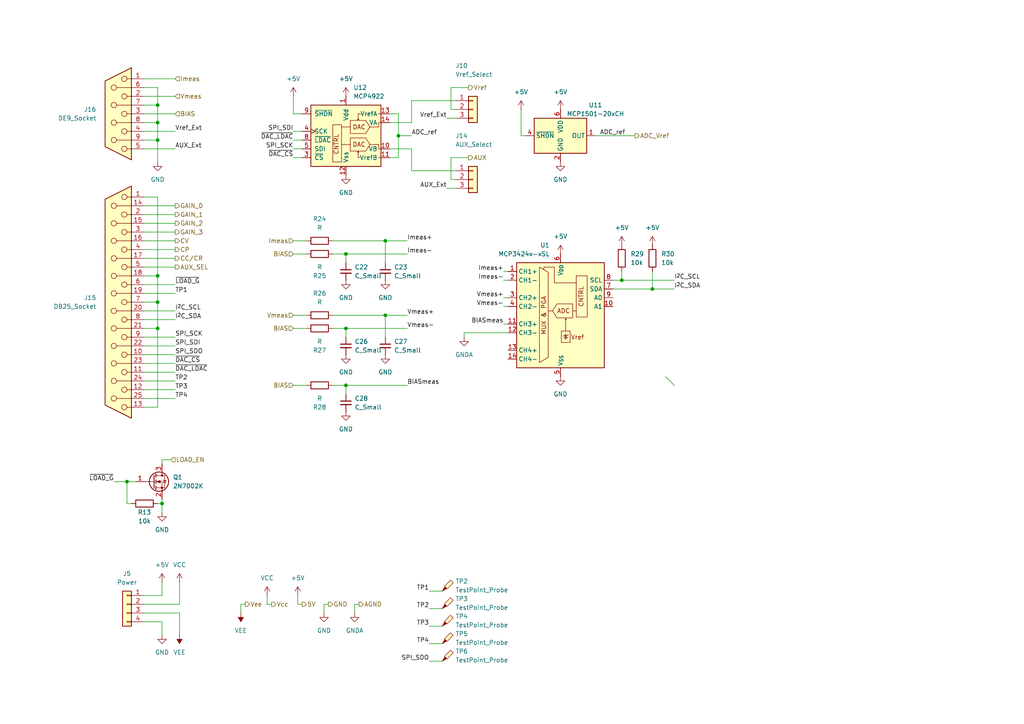
<source format=kicad_sch>
(kicad_sch (version 20250114) (generator "eeschema") (generator_version "9.0")
  (paper "A4")
  (lib_symbols
    (symbol "Analog_ADC:MCP3424x-xSL"
      (property "Reference" "U" (at -11.43 16.51 0))
      (property "Value" "MCP3424x-xSL" (at 17.78 16.51 0))
      (symbol "MCP3424x-xSL_0_0"
        (polyline (pts (xy -6.096 13.97) (xy -3.556 12.446) (xy -3.556 -12.192) (xy -6.096 -13.716) (xy -6.096 13.97)))
        (polyline (pts (xy 3.556 3.302) (xy 3.556 -0.762) (xy -1.016 -0.762) (xy -2.286 1.27) (xy -1.016 3.302) (xy 3.556 3.302)))
        (polyline (pts (xy 4.572 9.398) (xy -1.778 9.398) (xy -1.778 13.97) (xy -4.826 13.97) (xy -4.826 13.208)))
        (text "MUX & PGA" (at -4.826 0 900) (effects (font (size 1.27 1.27))))
        (text "ADC" (at 0.889 1.27 0) (effects (font (size 1.27 1.27))))
        (text "Vref" (at 4.953 -6.35 0) (effects (font (size 1.27 1.27))))
        (text "CNTRL" (at 6.731 2.413 900) (effects (font (size 1.27 1.27)) (justify left bottom)))
      )
      (symbol "MCP3424x-xSL_0_1"
        (polyline (pts (xy -3.556 1.27) (xy -2.286 1.27)))
        (rectangle (start 0.254 -4.572) (end 2.794 -7.874))
        (polyline (pts (xy 1.016 -5.842) (xy 0.762 -6.096)))
        (polyline (pts (xy 1.016 -5.842) (xy 2.032 -5.842) (xy 2.286 -5.588)))
        (polyline (pts (xy 1.524 -1.016) (xy 1.778 -1.27)))
        (polyline (pts (xy 1.524 -4.572) (xy 1.524 -1.016) (xy 1.27 -1.27)))
        (polyline (pts (xy 1.524 -5.334) (xy 1.524 -7.112)))
        (polyline (pts (xy 1.524 -5.842) (xy 1.016 -6.604) (xy 2.032 -6.604) (xy 1.524 -5.842)))
        (polyline (pts (xy 3.556 1.27) (xy 4.572 1.27)))
        (rectangle (start 4.572 -0.508) (end 7.747 11.43))
      )
      (symbol "MCP3424x-xSL_1_1"
        (rectangle (start -12.7 15.24) (end 12.7 -15.24) (stroke (width 0.254)) (fill (type background)))
        (pin input line (at -15.24 12.7 0) (length 2.54) (name "CH1+") (number "1"))
        (pin input line (at -15.24 10.16 0) (length 2.54) (name "CH1-") (number "2"))
        (pin input line (at -15.24 5.08 0) (length 2.54) (name "CH2+") (number "3"))
        (pin input line (at -15.24 2.54 0) (length 2.54) (name "CH2-") (number "4"))
        (pin input line (at -15.24 -2.54 0) (length 2.54) (name "CH3+") (number "11"))
        (pin input line (at -15.24 -5.08 0) (length 2.54) (name "CH3-") (number "12"))
        (pin input line (at -15.24 -10.16 0) (length 2.54) (name "CH4+") (number "13"))
        (pin input line (at -15.24 -12.7 0) (length 2.54) (name "CH4-") (number "14"))
        (pin power_in line (at 0 17.78 270) (length 2.54) (name "V_{DD}") (number "6"))
        (pin power_in line (at 0 -17.78 90) (length 2.54) (name "V_{SS}") (number "5"))
        (pin input line (at 15.24 10.16 180) (length 2.54) (name "SCL") (number "8"))
        (pin bidirectional line (at 15.24 7.62 180) (length 2.54) (name "SDA") (number "7"))
        (pin input line (at 15.24 5.08 180) (length 2.54) (name "A0") (number "9"))
        (pin input line (at 15.24 2.54 180) (length 2.54) (name "A1") (number "10"))
      )
    )
    (symbol "Analog_DAC:MCP4922" (pin_names (offset 1.016))
      (property "Reference" "U" (at -1.905 10.795 0))
      (property "Value" "MCP4922" (at -1.905 8.89 0))
      (symbol "MCP4922_0_0"
        (polyline (pts (xy 3.556 3.302) (xy 3.302 3.556)))
        (polyline (pts (xy 3.556 3.302) (xy 3.81 3.556)))
        (polyline (pts (xy 3.556 -5.842) (xy 3.302 -6.096)))
        (polyline (pts (xy 3.556 -5.842) (xy 3.81 -6.096)))
        (polyline (pts (xy 4.064 -7.62) (xy 3.556 -7.62) (xy 3.556 -5.842)))
        (polyline (pts (xy 4.318 5.08) (xy 3.556 5.08) (xy 3.556 3.302)))
        (polyline (pts (xy 6.985 1.27) (xy 9.525 1.27) (xy 9.525 2.54) (xy 10.16 2.54)))
        (polyline (pts (xy 6.985 -3.81) (xy 9.525 -3.81) (xy 9.525 -5.08) (xy 10.16 -5.08)))
        (polyline (pts (xy 10.16 5.08) (xy 9.398 5.08)))
        (polyline (pts (xy 10.16 -7.62) (xy 9.398 -7.62)))
        (text "CNTRL" (at -2.032 -6.731 900) (effects (font (size 1.27 1.27)) (justify left bottom)))
        (text "DAC" (at 3.81 1.27 0) (effects (font (size 1.27 1.27))))
        (text "DAC" (at 3.81 -3.81 0) (effects (font (size 1.27 1.27))))
      )
      (symbol "MCP4922_0_1"
        (rectangle (start -10.16 7.62) (end 10.16 -10.16) (stroke (width 0.254)) (fill (type background)))
        (rectangle (start -1.27 -8.89) (end -3.81 1.905))
        (polyline (pts (xy 1.27 1.27) (xy -1.27 1.27)))
        (polyline (pts (xy 1.27 -3.81) (xy -1.27 -3.81)))
        (polyline (pts (xy 6.985 1.27) (xy 5.715 3.175) (xy 1.27 3.175) (xy 1.27 -0.635) (xy 5.715 -0.635) (xy 6.985 1.27)))
        (polyline (pts (xy 6.985 -3.81) (xy 5.715 -1.905) (xy 1.27 -1.905) (xy 1.27 -5.715) (xy 5.715 -5.715) (xy 6.985 -3.81)))
      )
      (symbol "MCP4922_1_1"
        (pin input line (at -12.7 5.08 0) (length 2.54) (name "~{SHDN}") (number "9"))
        (pin input clock (at -12.7 0 0) (length 2.54) (name "SCK") (number "4"))
        (pin input line (at -12.7 -2.54 0) (length 2.54) (name "~{LDAC}") (number "8"))
        (pin input line (at -12.7 -5.08 0) (length 2.54) (name "SDI") (number "5"))
        (pin input line (at -12.7 -7.62 0) (length 2.54) (name "~{CS}") (number "3"))
        (pin no_connect line (at -7.62 -10.16 90) (length 2.54) (hide yes) (name "NC") (number "2"))
        (pin no_connect line (at -5.08 -10.16 90) (length 2.54) (hide yes) (name "NC") (number "6"))
        (pin no_connect line (at -2.54 -10.16 90) (length 2.54) (hide yes) (name "NC") (number "7"))
        (pin power_in line (at 0 10.16 270) (length 2.54) (name "Vdd") (number "1"))
        (pin power_in line (at 0 -12.7 90) (length 2.54) (name "Vss") (number "12"))
        (pin input line (at 12.7 5.08 180) (length 2.54) (name "VrefA") (number "13"))
        (pin output line (at 12.7 2.54 180) (length 2.54) (name "VA") (number "14"))
        (pin output line (at 12.7 -5.08 180) (length 2.54) (name "VB") (number "10"))
        (pin input line (at 12.7 -7.62 180) (length 2.54) (name "VrefB") (number "11"))
      )
    )
    (symbol "Connector:DB25_Socket" (pin_names (offset 1.016) (hide yes))
      (property "Reference" "J" (at 0 34.29 0))
      (property "Value" "DB25_Socket" (at 0 -34.925 0))
      (symbol "DB25_Socket_0_1"
        (polyline (pts (xy -3.81 33.655) (xy 3.81 29.845) (xy 3.81 -29.845) (xy -3.81 -33.655) (xy -3.81 33.655)) (stroke (width 0.254)) (fill (type background)))
        (polyline (pts (xy -3.81 30.48) (xy -2.54 30.48)))
        (polyline (pts (xy -3.81 27.94) (xy 0.508 27.94)))
        (polyline (pts (xy -3.81 25.4) (xy -2.54 25.4)))
        (polyline (pts (xy -3.81 22.86) (xy 0.508 22.86)))
        (polyline (pts (xy -3.81 20.32) (xy -2.54 20.32)))
        (polyline (pts (xy -3.81 17.78) (xy 0.508 17.78)))
        (polyline (pts (xy -3.81 15.24) (xy -2.54 15.24)))
        (polyline (pts (xy -3.81 12.7) (xy 0.508 12.7)))
        (polyline (pts (xy -3.81 10.16) (xy -2.54 10.16)))
        (polyline (pts (xy -3.81 7.62) (xy 0.508 7.62)))
        (polyline (pts (xy -3.81 5.08) (xy -2.54 5.08)))
        (polyline (pts (xy -3.81 2.54) (xy 0.508 2.54)))
        (polyline (pts (xy -3.81 0) (xy -2.54 0)))
        (polyline (pts (xy -3.81 -2.54) (xy 0.508 -2.54)))
        (polyline (pts (xy -3.81 -5.08) (xy -2.54 -5.08)))
        (polyline (pts (xy -3.81 -7.62) (xy 0.508 -7.62)))
        (polyline (pts (xy -3.81 -10.16) (xy -2.54 -10.16)))
        (polyline (pts (xy -3.81 -12.7) (xy 0.508 -12.7)))
        (polyline (pts (xy -3.81 -15.24) (xy -2.54 -15.24)))
        (polyline (pts (xy -3.81 -17.78) (xy 0.508 -17.78)))
        (polyline (pts (xy -3.81 -20.32) (xy -2.54 -20.32)))
        (polyline (pts (xy -3.81 -22.86) (xy 0.508 -22.86)))
        (polyline (pts (xy -3.81 -25.4) (xy -2.54 -25.4)))
        (polyline (pts (xy -3.81 -27.94) (xy 0.508 -27.94)))
        (polyline (pts (xy -3.81 -30.48) (xy -2.54 -30.48)))
        (circle (center -1.778 30.48) (radius 0.762))
        (circle (center -1.778 25.4) (radius 0.762))
        (circle (center -1.778 20.32) (radius 0.762))
        (circle (center -1.778 15.24) (radius 0.762))
        (circle (center -1.778 10.16) (radius 0.762))
        (circle (center -1.778 5.08) (radius 0.762))
        (circle (center -1.778 0) (radius 0.762))
        (circle (center -1.778 -5.08) (radius 0.762))
        (circle (center -1.778 -10.16) (radius 0.762))
        (circle (center -1.778 -15.24) (radius 0.762))
        (circle (center -1.778 -20.32) (radius 0.762))
        (circle (center -1.778 -25.4) (radius 0.762))
        (circle (center -1.778 -30.48) (radius 0.762))
        (circle (center 1.27 27.94) (radius 0.762))
        (circle (center 1.27 22.86) (radius 0.762))
        (circle (center 1.27 17.78) (radius 0.762))
        (circle (center 1.27 12.7) (radius 0.762))
        (circle (center 1.27 7.62) (radius 0.762))
        (circle (center 1.27 2.54) (radius 0.762))
        (circle (center 1.27 -2.54) (radius 0.762))
        (circle (center 1.27 -7.62) (radius 0.762))
        (circle (center 1.27 -12.7) (radius 0.762))
        (circle (center 1.27 -17.78) (radius 0.762))
        (circle (center 1.27 -22.86) (radius 0.762))
        (circle (center 1.27 -27.94) (radius 0.762))
      )
      (symbol "DB25_Socket_1_1"
        (pin passive line (at -7.62 30.48 0) (length 3.81) (name "1") (number "1"))
        (pin passive line (at -7.62 27.94 0) (length 3.81) (name "P14") (number "14"))
        (pin passive line (at -7.62 25.4 0) (length 3.81) (name "2") (number "2"))
        (pin passive line (at -7.62 22.86 0) (length 3.81) (name "P15") (number "15"))
        (pin passive line (at -7.62 20.32 0) (length 3.81) (name "3") (number "3"))
        (pin passive line (at -7.62 17.78 0) (length 3.81) (name "P16") (number "16"))
        (pin passive line (at -7.62 15.24 0) (length 3.81) (name "4") (number "4"))
        (pin passive line (at -7.62 12.7 0) (length 3.81) (name "P17") (number "17"))
        (pin passive line (at -7.62 10.16 0) (length 3.81) (name "5") (number "5"))
        (pin passive line (at -7.62 7.62 0) (length 3.81) (name "P18") (number "18"))
        (pin passive line (at -7.62 5.08 0) (length 3.81) (name "6") (number "6"))
        (pin passive line (at -7.62 2.54 0) (length 3.81) (name "P19") (number "19"))
        (pin passive line (at -7.62 0 0) (length 3.81) (name "7") (number "7"))
        (pin passive line (at -7.62 -2.54 0) (length 3.81) (name "P20") (number "20"))
        (pin passive line (at -7.62 -5.08 0) (length 3.81) (name "8") (number "8"))
        (pin passive line (at -7.62 -7.62 0) (length 3.81) (name "P21") (number "21"))
        (pin passive line (at -7.62 -10.16 0) (length 3.81) (name "9") (number "9"))
        (pin passive line (at -7.62 -12.7 0) (length 3.81) (name "P22") (number "22"))
        (pin passive line (at -7.62 -15.24 0) (length 3.81) (name "10") (number "10"))
        (pin passive line (at -7.62 -17.78 0) (length 3.81) (name "P23") (number "23"))
        (pin passive line (at -7.62 -20.32 0) (length 3.81) (name "11") (number "11"))
        (pin passive line (at -7.62 -22.86 0) (length 3.81) (name "P24") (number "24"))
        (pin passive line (at -7.62 -25.4 0) (length 3.81) (name "12") (number "12"))
        (pin passive line (at -7.62 -27.94 0) (length 3.81) (name "P25") (number "25"))
        (pin passive line (at -7.62 -30.48 0) (length 3.81) (name "13") (number "13"))
      )
    )
    (symbol "Connector:DE9_Socket" (pin_names (offset 1.016) (hide yes))
      (property "Reference" "J" (at 0 13.97 0))
      (property "Value" "DE9_Socket" (at 0 -14.605 0))
      (symbol "DE9_Socket_0_1"
        (polyline (pts (xy -3.81 13.335) (xy -3.81 -13.335) (xy 3.81 -9.525) (xy 3.81 9.525) (xy -3.81 13.335)) (stroke (width 0.254)) (fill (type background)))
        (polyline (pts (xy -3.81 10.16) (xy -2.54 10.16)))
        (polyline (pts (xy -3.81 7.62) (xy 0.508 7.62)))
        (polyline (pts (xy -3.81 5.08) (xy -2.54 5.08)))
        (polyline (pts (xy -3.81 2.54) (xy 0.508 2.54)))
        (polyline (pts (xy -3.81 0) (xy -2.54 0)))
        (polyline (pts (xy -3.81 -2.54) (xy 0.508 -2.54)))
        (polyline (pts (xy -3.81 -5.08) (xy -2.54 -5.08)))
        (polyline (pts (xy -3.81 -7.62) (xy 0.508 -7.62)))
        (polyline (pts (xy -3.81 -10.16) (xy -2.54 -10.16)))
        (circle (center -1.778 10.16) (radius 0.762))
        (circle (center -1.778 5.08) (radius 0.762))
        (circle (center -1.778 0) (radius 0.762))
        (circle (center -1.778 -5.08) (radius 0.762))
        (circle (center -1.778 -10.16) (radius 0.762))
        (circle (center 1.27 7.62) (radius 0.762))
        (circle (center 1.27 2.54) (radius 0.762))
        (circle (center 1.27 -2.54) (radius 0.762))
        (circle (center 1.27 -7.62) (radius 0.762))
      )
      (symbol "DE9_Socket_1_1"
        (pin passive line (at -7.62 10.16 0) (length 3.81) (name "1") (number "1"))
        (pin passive line (at -7.62 7.62 0) (length 3.81) (name "6") (number "6"))
        (pin passive line (at -7.62 5.08 0) (length 3.81) (name "2") (number "2"))
        (pin passive line (at -7.62 2.54 0) (length 3.81) (name "7") (number "7"))
        (pin passive line (at -7.62 0 0) (length 3.81) (name "3") (number "3"))
        (pin passive line (at -7.62 -2.54 0) (length 3.81) (name "8") (number "8"))
        (pin passive line (at -7.62 -5.08 0) (length 3.81) (name "4") (number "4"))
        (pin passive line (at -7.62 -7.62 0) (length 3.81) (name "9") (number "9"))
        (pin passive line (at -7.62 -10.16 0) (length 3.81) (name "5") (number "5"))
      )
    )
    (symbol "Connector:TestPoint_Probe" (pin_numbers (hide yes)) (pin_names (offset 0.762) (hide yes))
      (property "Reference" "TP" (at 1.651 5.842 0))
      (property "Value" "TestPoint_Probe" (at 1.651 4.064 0))
      (symbol "TestPoint_Probe_0_1"
        (polyline (pts (xy 1.27 0.762) (xy 0 0) (xy 0.762 1.27) (xy 1.27 0.762)) (fill (type outline)))
        (polyline (pts (xy 1.397 0.635) (xy 0.635 1.397) (xy 2.413 3.175) (xy 3.175 2.413) (xy 1.397 0.635)) (fill (type background)))
      )
      (symbol "TestPoint_Probe_1_1"
        (pin passive line (at 0 0 90) (length 0) (name "1") (number "1"))
      )
    )
    (symbol "Connector_Generic:Conn_01x03" (pin_names (offset 1.016) (hide yes))
      (property "Reference" "J" (at 0 5.08 0))
      (property "Value" "Conn_01x03" (at 0 -5.08 0))
      (symbol "Conn_01x03_1_1"
        (rectangle (start -1.27 3.81) (end 1.27 -3.81) (stroke (width 0.254)) (fill (type background)))
        (rectangle (start -1.27 2.667) (end 0 2.413) (stroke (width 0.1524)))
        (rectangle (start -1.27 0.127) (end 0 -0.127) (stroke (width 0.1524)))
        (rectangle (start -1.27 -2.413) (end 0 -2.667) (stroke (width 0.1524)))
        (pin passive line (at -5.08 2.54 0) (length 3.81) (name "Pin_1") (number "1"))
        (pin passive line (at -5.08 0 0) (length 3.81) (name "Pin_2") (number "2"))
        (pin passive line (at -5.08 -2.54 0) (length 3.81) (name "Pin_3") (number "3"))
      )
    )
    (symbol "Connector_Generic:Conn_01x04" (pin_names (offset 1.016) (hide yes))
      (property "Reference" "J" (at 0 5.08 0))
      (property "Value" "Conn_01x04" (at 0 -7.62 0))
      (symbol "Conn_01x04_1_1"
        (rectangle (start -1.27 3.81) (end 1.27 -6.35) (stroke (width 0.254)) (fill (type background)))
        (rectangle (start -1.27 2.667) (end 0 2.413) (stroke (width 0.1524)))
        (rectangle (start -1.27 0.127) (end 0 -0.127) (stroke (width 0.1524)))
        (rectangle (start -1.27 -2.413) (end 0 -2.667) (stroke (width 0.1524)))
        (rectangle (start -1.27 -4.953) (end 0 -5.207) (stroke (width 0.1524)))
        (pin passive line (at -5.08 2.54 0) (length 3.81) (name "Pin_1") (number "1"))
        (pin passive line (at -5.08 0 0) (length 3.81) (name "Pin_2") (number "2"))
        (pin passive line (at -5.08 -2.54 0) (length 3.81) (name "Pin_3") (number "3"))
        (pin passive line (at -5.08 -5.08 0) (length 3.81) (name "Pin_4") (number "4"))
      )
    )
    (symbol "Device:C_Small" (pin_numbers (hide yes)) (pin_names (offset 0.254) (hide yes))
      (property "Reference" "C" (at 0.254 1.778 0))
      (property "Value" "C_Small" (at 0.254 -2.032 0))
      (symbol "C_Small_0_1"
        (polyline (pts (xy -1.524 0.508) (xy 1.524 0.508)) (stroke (width 0.3048)))
        (polyline (pts (xy -1.524 -0.508) (xy 1.524 -0.508)) (stroke (width 0.3302)))
      )
      (symbol "C_Small_1_1"
        (pin passive line (at 0 2.54 270) (length 2.032) (name "~") (number "1"))
        (pin passive line (at 0 -2.54 90) (length 2.032) (name "~") (number "2"))
      )
    )
    (symbol "Device:R" (pin_numbers (hide yes)) (pin_names (offset 0))
      (property "Reference" "R" (at 2.032 0 90))
      (property "Value" "R" (at 0 0 90))
      (symbol "R_0_1"
        (rectangle (start -1.016 -2.54) (end 1.016 2.54) (stroke (width 0.254)))
      )
      (symbol "R_1_1"
        (pin passive line (at 0 3.81 270) (length 1.27) (name "~") (number "1"))
        (pin passive line (at 0 -3.81 90) (length 1.27) (name "~") (number "2"))
      )
    )
    (symbol "GND_1" (power) (pin_numbers (hide yes)) (pin_names (offset 0) (hide yes))
      (property "Value" "GND" (at 0 -3.81 0))
      (symbol "GND_1_0_1"
        (polyline (pts (xy 0 0) (xy 0 -1.27) (xy 1.27 -1.27) (xy 0 -2.54) (xy -1.27 -1.27) (xy 0 -1.27)))
      )
      (symbol "GND_1_1_1"
        (pin power_in line (at 0 0 270) (length 0) (name "~") (number "1"))
      )
    )
    (symbol "GND_2" (power) (pin_numbers (hide yes)) (pin_names (offset 0) (hide yes))
      (property "Value" "GND" (at 0 -3.81 0))
      (symbol "GND_2_0_1"
        (polyline (pts (xy 0 0) (xy 0 -1.27) (xy 1.27 -1.27) (xy 0 -2.54) (xy -1.27 -1.27) (xy 0 -1.27)))
      )
      (symbol "GND_2_1_1"
        (pin power_in line (at 0 0 270) (length 0) (name "~") (number "1"))
      )
    )
    (symbol "GND_3" (power) (pin_numbers (hide yes)) (pin_names (offset 0) (hide yes))
      (property "Value" "GND" (at 0 -3.81 0))
      (symbol "GND_3_0_1"
        (polyline (pts (xy 0 0) (xy 0 -1.27) (xy 1.27 -1.27) (xy 0 -2.54) (xy -1.27 -1.27) (xy 0 -1.27)))
      )
      (symbol "GND_3_1_1"
        (pin power_in line (at 0 0 270) (length 0) (name "~") (number "1"))
      )
    )
    (symbol "Reference_Voltage:MCP1501-20xCH"
      (property "Reference" "U" (at -6.35 6.35 0))
      (property "Value" "MCP1501-20xCH" (at 10.16 6.35 0))
      (symbol "MCP1501-20xCH_0_0"
        (pin input line (at -10.16 0 0) (length 2.54) (name "~{SHDN}") (number "4"))
        (pin power_in line (at 0 7.62 270) (length 2.54) (name "VDD") (number "6"))
        (pin power_in line (at 0 -7.62 90) (length 2.54) (name "GND") (number "2"))
        (pin passive line (at 0 -7.62 90) (length 2.54) (hide yes) (name "GND") (number "3"))
        (pin passive line (at 0 -7.62 90) (length 2.54) (hide yes) (name "GND") (number "5"))
        (pin power_out line (at 10.16 0 180) (length 2.54) (name "OUT") (number "1"))
      )
      (symbol "MCP1501-20xCH_0_1"
        (rectangle (start -7.62 5.08) (end 7.62 -5.08) (stroke (width 0.254)) (fill (type background)))
      )
    )
    (symbol "Transistor_FET:2N7002K" (pin_names (hide yes))
      (property "Reference" "Q" (at 5.08 1.905 0))
      (property "Value" "2N7002K" (at 5.08 0 0))
      (symbol "2N7002K_0_1"
        (polyline (pts (xy 0.254 1.905) (xy 0.254 -1.905)) (stroke (width 0.254)))
        (polyline (pts (xy 0.254 0) (xy -2.54 0)))
        (polyline (pts (xy 0.762 2.286) (xy 0.762 1.27)) (stroke (width 0.254)))
        (polyline (pts (xy 0.762 0.508) (xy 0.762 -0.508)) (stroke (width 0.254)))
        (polyline (pts (xy 0.762 -1.27) (xy 0.762 -2.286)) (stroke (width 0.254)))
        (polyline (pts (xy 0.762 -1.778) (xy 3.302 -1.778) (xy 3.302 1.778) (xy 0.762 1.778)))
        (polyline (pts (xy 1.016 0) (xy 2.032 0.381) (xy 2.032 -0.381) (xy 1.016 0)) (fill (type outline)))
        (circle (center 1.651 0) (radius 2.794) (stroke (width 0.254)))
        (polyline (pts (xy 2.54 2.54) (xy 2.54 1.778)))
        (circle (center 2.54 1.778) (radius 0.254) (fill (type outline)))
        (circle (center 2.54 -1.778) (radius 0.254) (fill (type outline)))
        (polyline (pts (xy 2.54 -2.54) (xy 2.54 0) (xy 0.762 0)))
        (polyline (pts (xy 2.794 0.508) (xy 2.921 0.381) (xy 3.683 0.381) (xy 3.81 0.254)))
        (polyline (pts (xy 3.302 0.381) (xy 2.921 -0.254) (xy 3.683 -0.254) (xy 3.302 0.381)))
      )
      (symbol "2N7002K_1_1"
        (pin input line (at -5.08 0 0) (length 2.54) (name "G") (number "1"))
        (pin passive line (at 2.54 5.08 270) (length 2.54) (name "D") (number "3"))
        (pin passive line (at 2.54 -5.08 90) (length 2.54) (name "S") (number "2"))
      )
    )
    (symbol "power:+5V" (power) (pin_numbers (hide yes)) (pin_names (offset 0) (hide yes))
      (property "Value" "+5V" (at 0 3.556 0))
      (symbol "+5V_0_1"
        (polyline (pts (xy -0.762 1.27) (xy 0 2.54)))
        (polyline (pts (xy 0 2.54) (xy 0.762 1.27)))
        (polyline (pts (xy 0 0) (xy 0 2.54)))
      )
      (symbol "+5V_1_1"
        (pin power_in line (at 0 0 90) (length 0) (name "~") (number "1"))
      )
    )
    (symbol "power:GND" (power) (pin_names (offset 0))
      (property "Value" "GND" (at 0 -3.81 0))
      (symbol "GND_0_1"
        (polyline (pts (xy 0 0) (xy 0 -1.27) (xy 1.27 -1.27) (xy 0 -2.54) (xy -1.27 -1.27) (xy 0 -1.27)))
      )
      (symbol "GND_1_1"
        (pin power_in line (at 0 0 270) (length 0) (hide yes) (name "GND") (number "1"))
      )
    )
    (symbol "power:GNDA" (power) (pin_numbers (hide yes)) (pin_names (offset 0) (hide yes))
      (property "Value" "GNDA" (at 0 -3.81 0))
      (symbol "GNDA_0_1"
        (polyline (pts (xy 0 0) (xy 0 -1.27) (xy 1.27 -1.27) (xy 0 -2.54) (xy -1.27 -1.27) (xy 0 -1.27)))
      )
      (symbol "GNDA_1_1"
        (pin power_in line (at 0 0 270) (length 0) (name "~") (number "1"))
      )
    )
    (symbol "power:VCC" (power) (pin_numbers (hide yes)) (pin_names (offset 0) (hide yes))
      (property "Value" "VCC" (at 0 3.556 0))
      (symbol "VCC_0_1"
        (polyline (pts (xy -0.762 1.27) (xy 0 2.54)))
        (polyline (pts (xy 0 2.54) (xy 0.762 1.27)))
        (polyline (pts (xy 0 0) (xy 0 2.54)))
      )
      (symbol "VCC_1_1"
        (pin power_in line (at 0 0 90) (length 0) (name "~") (number "1"))
      )
    )
    (symbol "power:VEE" (power) (pin_numbers (hide yes)) (pin_names (offset 0) (hide yes))
      (property "Value" "VEE" (at 0 3.556 0))
      (symbol "VEE_0_1"
        (polyline (pts (xy 0 0) (xy 0 2.54)))
        (polyline (pts (xy 0.762 1.27) (xy -0.762 1.27) (xy 0 2.54) (xy 0.762 1.27)) (fill (type outline)))
      )
      (symbol "VEE_1_1"
        (pin power_in line (at 0 0 90) (length 0) (name "~") (number "1"))
      )
    )
  )
  (junction (at 45.72 30.48))
  (junction (at 36.83 139.7))
  (junction (at 45.72 40.64))
  (junction (at 45.72 95.25))
  (junction (at 111.76 91.44))
  (junction (at 100.33 95.25))
  (junction (at 100.33 73.66))
  (junction (at 189.23 83.82))
  (junction (at 45.72 35.56))
  (junction (at 45.72 87.63))
  (junction (at 115.57 39.37))
  (junction (at 46.99 146.05))
  (junction (at 111.76 69.85))
  (junction (at 100.33 111.76))
  (junction (at 180.34 81.28))
  (junction (at 45.72 80.01))
  (bus_entry (at 193.04 109.22) (size 2.54 2.54))
  (wire (pts (xy 113.03 33.02) (xy 115.57 33.02)))
  (wire (pts (xy 100.33 73.66) (xy 100.33 76.2)))
  (wire (pts (xy 41.91 40.64) (xy 45.72 40.64)))
  (wire (pts (xy 41.91 105.41) (xy 50.8 105.41)))
  (wire (pts (xy 113.03 35.56) (xy 119.38 35.56)))
  (wire (pts (xy 41.91 113.03) (xy 50.8 113.03)))
  (wire (pts (xy 41.91 25.4) (xy 45.72 25.4)))
  (wire (pts (xy 151.13 31.75) (xy 151.13 39.37)))
  (wire (pts (xy 130.81 52.07) (xy 132.08 52.07)))
  (wire (pts (xy 41.91 172.72) (xy 46.99 172.72)))
  (wire (pts (xy 111.76 91.44) (xy 118.11 91.44)))
  (wire (pts (xy 45.72 87.63) (xy 45.72 95.25)))
  (wire (pts (xy 41.91 33.02) (xy 50.8 33.02)))
  (wire (pts (xy 38.1 146.05) (xy 36.83 146.05)))
  (wire (pts (xy 41.91 74.93) (xy 50.8 74.93)))
  (wire (pts (xy 124.46 176.53) (xy 128.27 176.53)))
  (wire (pts (xy 36.83 139.7) (xy 39.37 139.7)))
  (wire (pts (xy 41.91 100.33) (xy 50.8 100.33)))
  (wire (pts (xy 115.57 45.72) (xy 113.03 45.72)))
  (wire (pts (xy 52.07 177.8) (xy 52.07 184.15)))
  (wire (pts (xy 41.91 107.95) (xy 50.8 107.95)))
  (wire (pts (xy 45.72 35.56) (xy 45.72 30.48)))
  (wire (pts (xy 41.91 77.47) (xy 50.8 77.47)))
  (wire (pts (xy 41.91 43.18) (xy 50.8 43.18)))
  (wire (pts (xy 41.91 180.34) (xy 46.99 180.34)))
  (wire (pts (xy 77.47 175.26) (xy 77.47 172.72)))
  (wire (pts (xy 100.33 73.66) (xy 118.11 73.66)))
  (wire (pts (xy 100.33 95.25) (xy 118.11 95.25)))
  (wire (pts (xy 96.52 91.44) (xy 111.76 91.44)))
  (wire (pts (xy 78.74 175.26) (xy 77.47 175.26)))
  (wire (pts (xy 86.36 175.26) (xy 86.36 172.72)))
  (wire (pts (xy 41.91 35.56) (xy 45.72 35.56)))
  (wire (pts (xy 96.52 73.66) (xy 100.33 73.66)))
  (wire (pts (xy 41.91 85.09) (xy 50.8 85.09)))
  (wire (pts (xy 85.09 111.76) (xy 88.9 111.76)))
  (wire (pts (xy 104.14 175.26) (xy 102.87 175.26)))
  (wire (pts (xy 85.09 43.18) (xy 87.63 43.18)))
  (wire (pts (xy 130.81 25.4) (xy 135.89 25.4)))
  (wire (pts (xy 147.32 86.36) (xy 146.05 86.36)))
  (wire (pts (xy 46.99 168.91) (xy 46.99 172.72)))
  (wire (pts (xy 41.91 59.69) (xy 50.8 59.69)))
  (wire (pts (xy 41.91 38.1) (xy 50.8 38.1)))
  (wire (pts (xy 45.72 80.01) (xy 41.91 80.01)))
  (wire (pts (xy 124.46 181.61) (xy 128.27 181.61)))
  (wire (pts (xy 41.91 87.63) (xy 45.72 87.63)))
  (wire (pts (xy 93.98 175.26) (xy 93.98 177.8)))
  (wire (pts (xy 113.03 43.18) (xy 119.38 43.18)))
  (wire (pts (xy 41.91 22.86) (xy 50.8 22.86)))
  (wire (pts (xy 45.72 40.64) (xy 45.72 35.56)))
  (wire (pts (xy 45.72 95.25) (xy 41.91 95.25)))
  (wire (pts (xy 119.38 49.53) (xy 132.08 49.53)))
  (wire (pts (xy 147.32 78.74) (xy 146.05 78.74)))
  (wire (pts (xy 85.09 27.94) (xy 85.09 33.02)))
  (wire (pts (xy 85.09 69.85) (xy 88.9 69.85)))
  (wire (pts (xy 41.91 97.79) (xy 50.8 97.79)))
  (wire (pts (xy 130.81 31.75) (xy 130.81 25.4)))
  (wire (pts (xy 96.52 69.85) (xy 111.76 69.85)))
  (wire (pts (xy 124.46 191.77) (xy 128.27 191.77)))
  (wire (pts (xy 69.85 175.26) (xy 69.85 177.8)))
  (wire (pts (xy 45.72 25.4) (xy 45.72 30.48)))
  (wire (pts (xy 41.91 92.71) (xy 50.8 92.71)))
  (wire (pts (xy 189.23 83.82) (xy 195.58 83.82)))
  (wire (pts (xy 147.32 88.9) (xy 146.05 88.9)))
  (wire (pts (xy 147.32 93.98) (xy 146.05 93.98)))
  (wire (pts (xy 177.8 81.28) (xy 180.34 81.28)))
  (wire (pts (xy 41.91 69.85) (xy 50.8 69.85)))
  (wire (pts (xy 115.57 39.37) (xy 115.57 45.72)))
  (wire (pts (xy 130.81 45.72) (xy 135.89 45.72)))
  (wire (pts (xy 41.91 90.17) (xy 50.8 90.17)))
  (wire (pts (xy 115.57 33.02) (xy 115.57 39.37)))
  (wire (pts (xy 87.63 175.26) (xy 86.36 175.26)))
  (wire (pts (xy 177.8 83.82) (xy 189.23 83.82)))
  (wire (pts (xy 115.57 39.37) (xy 119.38 39.37)))
  (wire (pts (xy 111.76 91.44) (xy 111.76 97.79)))
  (wire (pts (xy 36.83 139.7) (xy 36.83 146.05)))
  (wire (pts (xy 41.91 27.94) (xy 50.8 27.94)))
  (wire (pts (xy 111.76 69.85) (xy 118.11 69.85)))
  (wire (pts (xy 52.07 168.91) (xy 52.07 175.26)))
  (wire (pts (xy 100.33 111.76) (xy 118.11 111.76)))
  (wire (pts (xy 124.46 171.45) (xy 128.27 171.45)))
  (wire (pts (xy 95.25 175.26) (xy 93.98 175.26)))
  (wire (pts (xy 85.09 40.64) (xy 87.63 40.64)))
  (wire (pts (xy 45.72 57.15) (xy 45.72 80.01)))
  (wire (pts (xy 180.34 81.28) (xy 195.58 81.28)))
  (wire (pts (xy 71.12 175.26) (xy 69.85 175.26)))
  (wire (pts (xy 49.53 133.35) (xy 46.99 133.35)))
  (wire (pts (xy 102.87 175.26) (xy 102.87 177.8)))
  (wire (pts (xy 189.23 83.82) (xy 189.23 78.74)))
  (wire (pts (xy 124.46 186.69) (xy 128.27 186.69)))
  (wire (pts (xy 100.33 95.25) (xy 100.33 97.79)))
  (wire (pts (xy 85.09 73.66) (xy 88.9 73.66)))
  (wire (pts (xy 172.72 39.37) (xy 184.15 39.37)))
  (wire (pts (xy 41.91 64.77) (xy 50.8 64.77)))
  (wire (pts (xy 119.38 29.21) (xy 132.08 29.21)))
  (wire (pts (xy 129.54 54.61) (xy 132.08 54.61)))
  (wire (pts (xy 45.72 30.48) (xy 41.91 30.48)))
  (wire (pts (xy 134.62 96.52) (xy 147.32 96.52)))
  (wire (pts (xy 41.91 62.23) (xy 50.8 62.23)))
  (wire (pts (xy 96.52 95.25) (xy 100.33 95.25)))
  (wire (pts (xy 41.91 102.87) (xy 50.8 102.87)))
  (wire (pts (xy 129.54 34.29) (xy 132.08 34.29)))
  (wire (pts (xy 147.32 81.28) (xy 146.05 81.28)))
  (wire (pts (xy 100.33 111.76) (xy 100.33 114.3)))
  (wire (pts (xy 130.81 52.07) (xy 130.81 45.72)))
  (wire (pts (xy 119.38 35.56) (xy 119.38 29.21)))
  (wire (pts (xy 45.72 40.64) (xy 45.72 46.99)))
  (wire (pts (xy 85.09 91.44) (xy 88.9 91.44)))
  (wire (pts (xy 119.38 43.18) (xy 119.38 49.53)))
  (wire (pts (xy 45.72 118.11) (xy 45.72 95.25)))
  (wire (pts (xy 85.09 95.25) (xy 88.9 95.25)))
  (wire (pts (xy 46.99 146.05) (xy 46.99 148.59)))
  (wire (pts (xy 46.99 133.35) (xy 46.99 134.62)))
  (wire (pts (xy 85.09 38.1) (xy 87.63 38.1)))
  (wire (pts (xy 85.09 45.72) (xy 87.63 45.72)))
  (wire (pts (xy 45.72 146.05) (xy 46.99 146.05)))
  (wire (pts (xy 45.72 80.01) (xy 45.72 87.63)))
  (wire (pts (xy 41.91 82.55) (xy 50.8 82.55)))
  (wire (pts (xy 41.91 175.26) (xy 52.07 175.26)))
  (wire (pts (xy 41.91 177.8) (xy 52.07 177.8)))
  (wire (pts (xy 152.4 39.37) (xy 151.13 39.37)))
  (wire (pts (xy 46.99 180.34) (xy 46.99 184.15)))
  (wire (pts (xy 96.52 111.76) (xy 100.33 111.76)))
  (wire (pts (xy 41.91 115.57) (xy 50.8 115.57)))
  (wire (pts (xy 180.34 81.28) (xy 180.34 78.74)))
  (wire (pts (xy 111.76 69.85) (xy 111.76 76.2)))
  (wire (pts (xy 41.91 67.31) (xy 50.8 67.31)))
  (wire (pts (xy 130.81 31.75) (xy 132.08 31.75)))
  (wire (pts (xy 41.91 118.11) (xy 45.72 118.11)))
  (wire (pts (xy 134.62 97.79) (xy 134.62 96.52)))
  (wire (pts (xy 41.91 57.15) (xy 45.72 57.15)))
  (wire (pts (xy 41.91 110.49) (xy 50.8 110.49)))
  (wire (pts (xy 87.63 33.02) (xy 85.09 33.02)))
  (wire (pts (xy 46.99 144.78) (xy 46.99 146.05)))
  (wire (pts (xy 41.91 72.39) (xy 50.8 72.39)))
  (wire (pts (xy 33.02 139.7) (xy 36.83 139.7)))
  (label "AUX_Ext" (at 129.54 54.61 180))
  (label "Vmeas+" (at 118.11 91.44 0))
  (label "Imeas+" (at 118.11 69.85 0))
  (label "I^{2}C_SDA" (at 195.58 83.82 0))
  (label "~{LOAD_G}" (at 50.8 82.55 0))
  (label "~{DAC_LDAC}" (at 50.8 107.95 0))
  (label "TP2" (at 50.8 110.49 0))
  (label "TP3" (at 50.8 113.03 0))
  (label "TP4" (at 50.8 115.57 0))
  (label "TP1" (at 50.8 85.09 0))
  (label "TP1" (at 124.46 171.45 180))
  (label "TP3" (at 124.46 181.61 180))
  (label "TP2" (at 124.46 176.53 180))
  (label "ADC_ref" (at 173.99 39.37 0))
  (label "SPI_SDI" (at 85.09 38.1 180))
  (label "~{LOAD_G}" (at 33.02 139.7 180))
  (label "Imeas-" (at 146.05 81.28 180))
  (label "Vref_Ext" (at 50.8 38.1 0))
  (label "AUX_Ext" (at 50.8 43.18 0))
  (label "BIASmeas" (at 118.11 111.76 0))
  (label "SPI_SDI" (at 50.8 100.33 0))
  (label "Vref_Ext" (at 129.54 34.29 180))
  (label "TP4" (at 124.46 186.69 180))
  (label "Vmeas+" (at 146.05 86.36 180))
  (label "I^{2}C_SCL" (at 50.8 90.17 0))
  (label "BIASmeas" (at 146.05 93.98 180))
  (label "~{DAC_LDAC}" (at 85.09 40.64 180))
  (label "I^{2}C_SCL" (at 195.58 81.28 0))
  (label "~{DAC_CS}" (at 50.8 105.41 0))
  (label "ADC_ref" (at 119.38 39.37 0))
  (label "SPI_SDO" (at 124.46 191.77 180))
  (label "SPI_SCK" (at 85.09 43.18 180))
  (label "Imeas+" (at 146.05 78.74 180))
  (label "Imeas-" (at 118.11 73.66 0))
  (label "SPI_SCK" (at 50.8 97.79 0))
  (label "Vmeas-" (at 118.11 95.25 0))
  (label "Vmeas-" (at 146.05 88.9 180))
  (label "~{DAC_CS}" (at 85.09 45.72 180))
  (label "I^{2}C_SDA" (at 50.8 92.71 0))
  (label "SPI_SDO" (at 50.8 102.87 0))
  (hierarchical_label "GND" (shape output) (at 95.25 175.26 0))
  (hierarchical_label "Imeas" (shape input) (at 50.8 22.86 0))
  (hierarchical_label "Vmeas" (shape input) (at 50.8 27.94 0))
  (hierarchical_label "Imeas" (shape input) (at 85.09 69.85 180))
  (hierarchical_label "GAIN_3" (shape output) (at 50.8 67.31 0))
  (hierarchical_label "AUX" (shape output) (at 135.89 45.72 0))
  (hierarchical_label "GAIN_2" (shape output) (at 50.8 64.77 0))
  (hierarchical_label "Vee" (shape output) (at 71.12 175.26 0))
  (hierarchical_label "Vcc" (shape output) (at 78.74 175.26 0))
  (hierarchical_label "5V" (shape output) (at 87.63 175.26 0))
  (hierarchical_label "BIAS" (shape input) (at 85.09 73.66 180))
  (hierarchical_label "LOAD_EN" (shape input) (at 49.53 133.35 0))
  (hierarchical_label "CV" (shape output) (at 50.8 69.85 0))
  (hierarchical_label "Vmeas" (shape input) (at 85.09 91.44 180))
  (hierarchical_label "CC{slash}CR" (shape output) (at 50.8 74.93 0))
  (hierarchical_label "AUX_SEL" (shape output) (at 50.8 77.47 0))
  (hierarchical_label "Vref" (shape output) (at 135.89 25.4 0))
  (hierarchical_label "BIAS" (shape input) (at 85.09 95.25 180))
  (hierarchical_label "CP" (shape output) (at 50.8 72.39 0))
  (hierarchical_label "BIAS" (shape input) (at 50.8 33.02 0))
  (hierarchical_label "GAIN_1" (shape output) (at 50.8 62.23 0))
  (hierarchical_label "GAIN_0" (shape output) (at 50.8 59.69 0))
  (hierarchical_label "BIAS" (shape input) (at 85.09 111.76 180))
  (hierarchical_label "AGND" (shape output) (at 104.14 175.26 0))
  (hierarchical_label "ADC_Vref" (shape output) (at 184.15 39.37 0))
  (symbol (lib_id "Connector:DE9_Socket") (at 34.29 33.02 0) (mirror y) (unit 1)
    (property "Reference" "J16" (at 27.94 31.7499 0) (effects (justify left)))
    (property "Value" "DE9_Socket" (at 27.94 34.2899 0) (effects (justify left)))
    (property "Footprint" "AM_Conn_Dsub:Dsub-9P_2.77mm-2.84mm-8.08mmOffset" (effects (hide yes)))
    (property "Datasheet" "https://akizukidenshi.com/goodsaffix/DMR-09SGG.pdf" (effects (hide yes)))
    (property "Description" "9-pin D-SUB connector, socket (female)" (effects (hide yes)))
  )
  (symbol (lib_name "GND_2") (lib_id "power:GND") (at 111.76 81.28 0) (unit 1)
    (property "Reference" "#PWR083" (effects (hide yes)))
    (property "Value" "GND" (at 111.76 86.36 0))
    (property "Description" "Power symbol creates a global label with name \"GND\" , ground" (effects (hide yes)))
  )
  (symbol (lib_id "power:+5V") (at 86.36 172.72 0) (unit 1)
    (property "Reference" "#PWR074" (effects (hide yes)))
    (property "Value" "+5V" (at 86.36 167.64 0))
    (property "Description" "Power symbol creates a global label with name \"+5V\"" (effects (hide yes)))
  )
  (symbol (lib_id "Reference_Voltage:MCP1501-20xCH") (at 162.56 39.37 0) (unit 1)
    (property "Reference" "U11" (at 172.72 30.48 0))
    (property "Value" "MCP1501-20xCH" (at 172.72 33.02 0))
    (property "Footprint" "Package_TO_SOT_SMD:SOT-23-6" (effects (hide yes)))
    (property "Datasheet" "http://ww1.microchip.com/downloads/en/DeviceDoc/20005474E.pdf" (effects (hide yes)))
    (property "Description" "2.048V, 0.1%, 20mA, Precision Voltage Reference, SOT-23-6" (effects (hide yes)))
  )
  (symbol (lib_id "Connector:TestPoint_Probe") (at 128.27 171.45 0) (unit 1)
    (property "Reference" "TP2" (at 132.08 168.5924 0) (effects (justify left)))
    (property "Value" "TestPoint_Probe" (at 132.08 171.1324 0) (effects (justify left)))
    (property "Description" "test point (alternative probe-style design)" (effects (hide yes)))
  )
  (symbol (lib_name "GND_1") (lib_id "power:GND") (at 45.72 46.99 0) (unit 1)
    (property "Reference" "#PWR082" (effects (hide yes)))
    (property "Value" "GND" (at 45.72 52.07 0))
    (property "Description" "Power symbol creates a global label with name \"GND\" , ground" (effects (hide yes)))
  )
  (symbol (lib_id "Connector_Generic:Conn_01x03") (at 137.16 52.07 0) (unit 1)
    (property "Reference" "J14" (at 132.08 39.37 0) (effects (justify left)))
    (property "Value" "AUX_Select" (at 132.08 41.91 0) (effects (justify left)))
    (property "Footprint" "Connector_PinHeader_2.54mm:PinHeader_1x03_P2.54mm_Vertical" (effects (hide yes)))
    (property "Description" "Generic connector, single row, 01x03, script generated (kicad-library-utils/schlib/autogen/connector/)" (effects (hide yes)))
  )
  (symbol (lib_id "Transistor_FET:2N7002K") (at 44.45 139.7 0) (unit 1)
    (property "Reference" "Q1" (at 50.165 138.4299 0) (effects (justify left)))
    (property "Value" "2N7002K" (at 50.165 140.9699 0) (effects (justify left)))
    (property "Footprint" "Package_TO_SOT_SMD:SOT-23" (effects (hide yes)))
    (property "Datasheet" "https://akizukidenshi.com/goodsaffix/2N7002K.pdf" (effects (hide yes)))
    (property "Akizuki_code" "104256" (effects (hide yes)))
  )
  (symbol (lib_id "power:GNDA") (at 102.87 177.8 0) (unit 1)
    (property "Reference" "#PWR073" (effects (hide yes)))
    (property "Value" "GNDA" (at 102.87 182.88 0))
    (property "Description" "Power symbol creates a global label with name \"GNDA\" , analog ground" (effects (hide yes)))
  )
  (symbol (lib_id "power:+5V") (at 162.56 73.66 0) (mirror y) (unit 1)
    (property "Reference" "#PWR069" (effects (hide yes)))
    (property "Value" "+5V" (at 162.56 68.58 0))
    (property "Description" "Power symbol creates a global label with name \"+5V\"" (effects (hide yes)))
  )
  (symbol (lib_name "GND_2") (lib_id "power:GND") (at 100.33 81.28 0) (unit 1)
    (property "Reference" "#PWR09" (effects (hide yes)))
    (property "Value" "GND" (at 100.33 86.36 0))
    (property "Description" "Power symbol creates a global label with name \"GND\" , ground" (effects (hide yes)))
  )
  (symbol (lib_id "Device:R") (at 92.71 111.76 90) (mirror x) (unit 1)
    (property "Reference" "R28" (at 92.71 118.11 90))
    (property "Value" "R" (at 92.71 115.57 90))
    (property "Description" "Resistor" (effects (hide yes)))
  )
  (symbol (lib_id "power:+5V") (at 162.56 31.75 0) (unit 1)
    (property "Reference" "#PWR018" (effects (hide yes)))
    (property "Value" "+5V" (at 162.56 26.67 0))
    (property "Description" "Power symbol creates a global label with name \"+5V\"" (effects (hide yes)))
  )
  (symbol (lib_id "power:VEE") (at 69.85 177.8 180) (unit 1)
    (property "Reference" "#PWR076" (effects (hide yes)))
    (property "Value" "VEE" (at 69.85 182.88 0))
    (property "Description" "Power symbol creates a global label with name \"VEE\"" (effects (hide yes)))
  )
  (symbol (lib_name "GND_2") (lib_id "power:GND") (at 111.76 102.87 0) (unit 1)
    (property "Reference" "#PWR085" (effects (hide yes)))
    (property "Value" "GND" (at 111.76 107.95 0))
    (property "Description" "Power symbol creates a global label with name \"GND\" , ground" (effects (hide yes)))
  )
  (symbol (lib_id "power:GND") (at 162.56 46.99 0) (unit 1)
    (property "Reference" "#PWR08" (effects (hide yes)))
    (property "Value" "GND" (at 162.56 52.07 0))
  )
  (symbol (lib_id "Device:C_Small") (at 100.33 100.33 0) (unit 1)
    (property "Reference" "C26" (at 102.87 99.0662 0) (effects (justify left)))
    (property "Value" "C_Small" (at 102.87 101.6062 0) (effects (justify left)))
    (property "Description" "Unpolarized capacitor, small symbol" (effects (hide yes)))
  )
  (symbol (lib_id "power:GND") (at 100.33 50.8 0) (unit 1)
    (property "Reference" "#PWR017" (effects (hide yes)))
    (property "Value" "GND" (at 100.33 55.88 0))
  )
  (symbol (lib_id "Connector_Generic:Conn_01x03") (at 137.16 31.75 0) (unit 1)
    (property "Reference" "J10" (at 132.08 19.05 0) (effects (justify left)))
    (property "Value" "Vref_Select" (at 132.08 21.59 0) (effects (justify left)))
    (property "Footprint" "Connector_PinHeader_2.54mm:PinHeader_1x03_P2.54mm_Vertical" (effects (hide yes)))
    (property "Description" "Generic connector, single row, 01x03, script generated (kicad-library-utils/schlib/autogen/connector/)" (effects (hide yes)))
  )
  (symbol (lib_id "power:VCC") (at 77.47 172.72 0) (unit 1)
    (property "Reference" "#PWR075" (effects (hide yes)))
    (property "Value" "VCC" (at 77.47 167.64 0))
    (property "Description" "Power symbol creates a global label with name \"VCC\"" (effects (hide yes)))
  )
  (symbol (lib_id "Device:R") (at 180.34 74.93 180) (unit 1)
    (property "Reference" "R29" (at 182.88 73.6599 0) (effects (justify right)))
    (property "Value" "10k" (at 182.88 76.1999 0) (effects (justify right)))
    (property "Description" "Resistor" (effects (hide yes)))
  )
  (symbol (lib_id "Device:C_Small") (at 100.33 116.84 0) (unit 1)
    (property "Reference" "C28" (at 102.87 115.5762 0) (effects (justify left)))
    (property "Value" "C_Small" (at 102.87 118.1162 0) (effects (justify left)))
    (property "Description" "Unpolarized capacitor, small symbol" (effects (hide yes)))
  )
  (symbol (lib_id "Connector:TestPoint_Probe") (at 128.27 181.61 0) (unit 1)
    (property "Reference" "TP4" (at 132.08 178.7524 0) (effects (justify left)))
    (property "Value" "TestPoint_Probe" (at 132.08 181.2924 0) (effects (justify left)))
    (property "Description" "test point (alternative probe-style design)" (effects (hide yes)))
  )
  (symbol (lib_id "power:GNDA") (at 134.62 97.79 0) (mirror y) (unit 1)
    (property "Reference" "#PWR071" (effects (hide yes)))
    (property "Value" "GNDA" (at 134.62 102.87 0))
    (property "Description" "Power symbol creates a global label with name \"GNDA\" , analog ground" (effects (hide yes)))
  )
  (symbol (lib_id "power:+5V") (at 85.09 27.94 0) (unit 1)
    (property "Reference" "#PWR06" (effects (hide yes)))
    (property "Value" "+5V" (at 85.09 22.86 0))
    (property "Description" "Power symbol creates a global label with name \"+5V\"" (effects (hide yes)))
  )
  (symbol (lib_id "Device:C_Small") (at 111.76 100.33 0) (unit 1)
    (property "Reference" "C27" (at 114.3 99.0662 0) (effects (justify left)))
    (property "Value" "C_Small" (at 114.3 101.6062 0) (effects (justify left)))
    (property "Description" "Unpolarized capacitor, small symbol" (effects (hide yes)))
  )
  (symbol (lib_id "Connector:DB25_Socket") (at 34.29 87.63 0) (mirror y) (unit 1)
    (property "Reference" "J15" (at 27.94 86.3599 0) (effects (justify left)))
    (property "Value" "DB25_Socket" (at 27.94 88.8999 0) (effects (justify left)))
    (property "Footprint" "AM_Conn_Dsub:Dsub-25P_2.77mm-2.84mm-8.08mmOffset" (effects (hide yes)))
    (property "Datasheet" "https://akizukidenshi.com/goodsaffix/DMR-25SGG.pdf" (effects (hide yes)))
    (property "Description" "25-pin D-SUB connector, socket (female)" (effects (hide yes)))
  )
  (symbol (lib_id "power:+5V") (at 46.99 168.91 0) (unit 1)
    (property "Reference" "#PWR07" (effects (hide yes)))
    (property "Value" "+5V" (at 46.99 163.83 0))
    (property "Description" "Power symbol creates a global label with name \"+5V\"" (effects (hide yes)))
  )
  (symbol (lib_id "power:GND") (at 46.99 148.59 0) (unit 1)
    (property "Reference" "#PWR019" (effects (hide yes)))
    (property "Value" "GND" (at 46.99 153.67 0))
  )
  (symbol (lib_id "Device:C_Small") (at 100.33 78.74 0) (unit 1)
    (property "Reference" "C22" (at 102.87 77.4762 0) (effects (justify left)))
    (property "Value" "C_Small" (at 102.87 80.0162 0) (effects (justify left)))
    (property "Description" "Unpolarized capacitor, small symbol" (effects (hide yes)))
  )
  (symbol (lib_id "power:+5V") (at 189.23 71.12 0) (mirror y) (unit 1)
    (property "Reference" "#PWR088" (effects (hide yes)))
    (property "Value" "+5V" (at 189.23 66.04 0))
    (property "Description" "Power symbol creates a global label with name \"+5V\"" (effects (hide yes)))
  )
  (symbol (lib_id "Device:R") (at 92.71 69.85 90) (unit 1)
    (property "Reference" "R24" (at 92.71 63.5 90))
    (property "Value" "R" (at 92.71 66.04 90))
    (property "Description" "Resistor" (effects (hide yes)))
  )
  (symbol (lib_id "Connector:TestPoint_Probe") (at 128.27 191.77 0) (unit 1)
    (property "Reference" "TP6" (at 132.08 188.9124 0) (effects (justify left)))
    (property "Value" "TestPoint_Probe" (at 132.08 191.4524 0) (effects (justify left)))
    (property "Description" "test point (alternative probe-style design)" (effects (hide yes)))
  )
  (symbol (lib_name "GND_2") (lib_id "power:GND") (at 100.33 119.38 0) (unit 1)
    (property "Reference" "#PWR086" (effects (hide yes)))
    (property "Value" "GND" (at 100.33 124.46 0))
    (property "Description" "Power symbol creates a global label with name \"GND\" , ground" (effects (hide yes)))
  )
  (symbol (lib_id "Device:R") (at 189.23 74.93 180) (unit 1)
    (property "Reference" "R30" (at 191.77 73.6599 0) (effects (justify right)))
    (property "Value" "10k" (at 191.77 76.1999 0) (effects (justify right)))
    (property "Description" "Resistor" (effects (hide yes)))
  )
  (symbol (lib_id "Connector_Generic:Conn_01x04") (at 36.83 175.26 0) (mirror y) (unit 1)
    (property "Reference" "J5" (at 36.83 166.37 0))
    (property "Value" "Power" (at 36.83 168.91 0))
    (property "Footprint" "AM_Conn_ScrewTerminal:TerminalReceptacle_1x04_P2.54mm" (effects (hide yes)))
    (property "Datasheet" "https://akizukidenshi.com/goodsaffix/WJ15EDGRC-2.54.pdf" (effects (hide yes)))
    (property "Description" "Generic connector, single row, 01x04, script generated (kicad-library-utils/schlib/autogen/connector/)" (effects (hide yes)))
  )
  (symbol (lib_id "Device:R") (at 92.71 95.25 90) (mirror x) (unit 1)
    (property "Reference" "R27" (at 92.71 101.6 90))
    (property "Value" "R" (at 92.71 99.06 90))
    (property "Description" "Resistor" (effects (hide yes)))
  )
  (symbol (lib_name "GND_2") (lib_id "power:GND") (at 100.33 102.87 0) (unit 1)
    (property "Reference" "#PWR084" (effects (hide yes)))
    (property "Value" "GND" (at 100.33 107.95 0))
    (property "Description" "Power symbol creates a global label with name \"GND\" , ground" (effects (hide yes)))
  )
  (symbol (lib_id "power:+5V") (at 151.13 31.75 0) (unit 1)
    (property "Reference" "#PWR014" (effects (hide yes)))
    (property "Value" "+5V" (at 151.13 26.67 0))
    (property "Description" "Power symbol creates a global label with name \"+5V\"" (effects (hide yes)))
  )
  (symbol (lib_name "GND_3") (lib_id "power:GND") (at 46.99 184.15 0) (unit 1)
    (property "Reference" "#PWR091" (effects (hide yes)))
    (property "Value" "GND" (at 46.99 189.23 0))
    (property "Description" "Power symbol creates a global label with name \"GND\" , ground" (effects (hide yes)))
  )
  (symbol (lib_id "power:+5V") (at 100.33 27.94 0) (unit 1)
    (property "Reference" "#PWR015" (effects (hide yes)))
    (property "Value" "+5V" (at 100.33 22.86 0))
    (property "Description" "Power symbol creates a global label with name \"+5V\"" (effects (hide yes)))
  )
  (symbol (lib_id "Device:C_Small") (at 111.76 78.74 0) (unit 1)
    (property "Reference" "C23" (at 114.3 77.4762 0) (effects (justify left)))
    (property "Value" "C_Small" (at 114.3 80.0162 0) (effects (justify left)))
    (property "Description" "Unpolarized capacitor, small symbol" (effects (hide yes)))
  )
  (symbol (lib_id "Device:R") (at 41.91 146.05 270) (unit 1)
    (property "Reference" "R13" (at 41.91 148.59 90))
    (property "Value" "10k" (at 41.91 151.13 90))
    (property "Footprint" "Resistor_SMD:R_0603_1608Metric" (effects (hide yes)))
  )
  (symbol (lib_id "Connector:TestPoint_Probe") (at 128.27 176.53 0) (unit 1)
    (property "Reference" "TP3" (at 132.08 173.6724 0) (effects (justify left)))
    (property "Value" "TestPoint_Probe" (at 132.08 176.2124 0) (effects (justify left)))
    (property "Description" "test point (alternative probe-style design)" (effects (hide yes)))
  )
  (symbol (lib_id "Device:R") (at 92.71 73.66 90) (mirror x) (unit 1)
    (property "Reference" "R25" (at 92.71 80.01 90))
    (property "Value" "R" (at 92.71 77.47 90))
    (property "Description" "Resistor" (effects (hide yes)))
  )
  (symbol (lib_id "power:GND") (at 93.98 177.8 0) (unit 1)
    (property "Reference" "#PWR072" (effects (hide yes)))
    (property "Value" "GND" (at 93.98 182.88 0))
  )
  (symbol (lib_id "Device:R") (at 92.71 91.44 90) (unit 1)
    (property "Reference" "R26" (at 92.71 85.09 90))
    (property "Value" "R" (at 92.71 87.63 90))
    (property "Description" "Resistor" (effects (hide yes)))
  )
  (symbol (lib_id "Analog_ADC:MCP3424x-xSL") (at 162.56 91.44 0) (unit 1)
    (property "Reference" "U1" (at 159.4419 71.12 0) (effects (justify right)))
    (property "Value" "MCP3424x-xSL" (at 159.4419 73.66 0) (effects (justify right)))
    (property "Footprint" "Package_SO:SOIC-14_3.9x8.7mm_P1.27mm" (effects (hide yes)))
    (property "Datasheet" "http://ww1.microchip.com/downloads/en/DeviceDoc/22088c.pdf" (effects (hide yes)))
    (property "Description" "4-Channel, 18-Bit, Delta-Sigma AD-Converter, I²C Interface, Reference, SOIC-14" (effects (hide yes)))
  )
  (symbol (lib_id "power:GND") (at 162.56 109.22 0) (mirror y) (unit 1)
    (property "Reference" "#PWR070" (effects (hide yes)))
    (property "Value" "GND" (at 162.56 114.3 0))
  )
  (symbol (lib_id "power:VEE") (at 52.07 184.15 180) (unit 1)
    (property "Reference" "#PWR090" (effects (hide yes)))
    (property "Value" "VEE" (at 52.07 189.23 0))
    (property "Description" "Power symbol creates a global label with name \"VEE\"" (effects (hide yes)))
  )
  (symbol (lib_id "Analog_DAC:MCP4922") (at 100.33 38.1 0) (unit 1)
    (property "Reference" "U12" (at 102.4733 25.4 0) (effects (justify left)))
    (property "Value" "MCP4922" (at 102.4733 27.94 0) (effects (justify left)))
    (property "Datasheet" "http://ww1.microchip.com/downloads/en/DeviceDoc/22250A.pdf" (effects (hide yes)))
    (property "Description" "2-Channel 12-Bit D/A Converters with SPI Interface" (effects (hide yes)))
  )
  (symbol (lib_id "power:VCC") (at 52.07 168.91 0) (unit 1)
    (property "Reference" "#PWR089" (effects (hide yes)))
    (property "Value" "VCC" (at 52.07 163.83 0))
    (property "Description" "Power symbol creates a global label with name \"VCC\"" (effects (hide yes)))
  )
  (symbol (lib_id "Connector:TestPoint_Probe") (at 128.27 186.69 0) (unit 1)
    (property "Reference" "TP5" (at 132.08 183.8324 0) (effects (justify left)))
    (property "Value" "TestPoint_Probe" (at 132.08 186.3724 0) (effects (justify left)))
    (property "Description" "test point (alternative probe-style design)" (effects (hide yes)))
  )
  (symbol (lib_id "power:+5V") (at 180.34 71.12 0) (mirror y) (unit 1)
    (property "Reference" "#PWR087" (effects (hide yes)))
    (property "Value" "+5V" (at 180.34 66.04 0))
    (property "Description" "Power symbol creates a global label with name \"+5V\"" (effects (hide yes)))
  )
)
</source>
